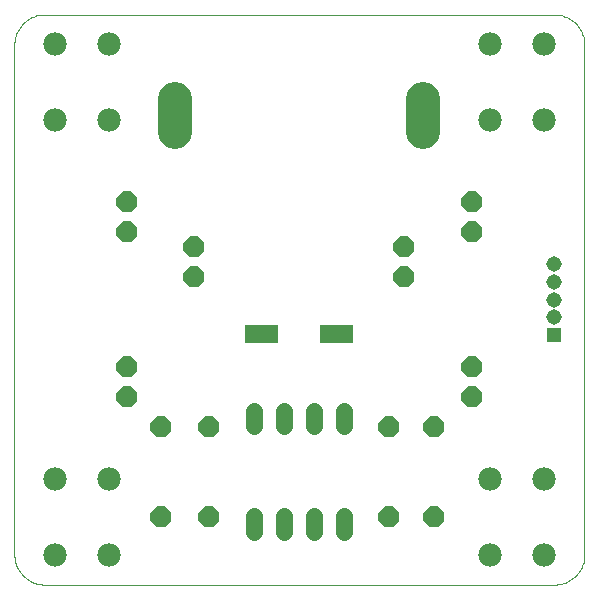
<source format=gbs>
G75*
G70*
%OFA0B0*%
%FSLAX24Y24*%
%IPPOS*%
%LPD*%
%AMOC8*
5,1,8,0,0,1.08239X$1,22.5*
%
%ADD10C,0.0010*%
%ADD11OC8,0.0700*%
%ADD12C,0.1135*%
%ADD13C,0.0780*%
%ADD14C,0.0560*%
%ADD15R,0.0516X0.0516*%
%ADD16C,0.0516*%
%ADD17R,0.0594X0.0594*%
D10*
X000131Y001111D02*
X000131Y018111D01*
X000133Y018171D01*
X000138Y018232D01*
X000147Y018291D01*
X000160Y018350D01*
X000176Y018409D01*
X000196Y018466D01*
X000219Y018521D01*
X000246Y018576D01*
X000275Y018628D01*
X000308Y018679D01*
X000344Y018728D01*
X000382Y018774D01*
X000424Y018818D01*
X000468Y018860D01*
X000514Y018898D01*
X000563Y018934D01*
X000614Y018967D01*
X000666Y018996D01*
X000721Y019023D01*
X000776Y019046D01*
X000833Y019066D01*
X000892Y019082D01*
X000951Y019095D01*
X001010Y019104D01*
X001071Y019109D01*
X001131Y019111D01*
X018131Y019111D01*
X018191Y019109D01*
X018252Y019104D01*
X018311Y019095D01*
X018370Y019082D01*
X018429Y019066D01*
X018486Y019046D01*
X018541Y019023D01*
X018596Y018996D01*
X018648Y018967D01*
X018699Y018934D01*
X018748Y018898D01*
X018794Y018860D01*
X018838Y018818D01*
X018880Y018774D01*
X018918Y018728D01*
X018954Y018679D01*
X018987Y018628D01*
X019016Y018576D01*
X019043Y018521D01*
X019066Y018466D01*
X019086Y018409D01*
X019102Y018350D01*
X019115Y018291D01*
X019124Y018232D01*
X019129Y018171D01*
X019131Y018111D01*
X019131Y001111D01*
X019129Y001051D01*
X019124Y000990D01*
X019115Y000931D01*
X019102Y000872D01*
X019086Y000813D01*
X019066Y000756D01*
X019043Y000701D01*
X019016Y000646D01*
X018987Y000594D01*
X018954Y000543D01*
X018918Y000494D01*
X018880Y000448D01*
X018838Y000404D01*
X018794Y000362D01*
X018748Y000324D01*
X018699Y000288D01*
X018648Y000255D01*
X018596Y000226D01*
X018541Y000199D01*
X018486Y000176D01*
X018429Y000156D01*
X018370Y000140D01*
X018311Y000127D01*
X018252Y000118D01*
X018191Y000113D01*
X018131Y000111D01*
X001131Y000111D01*
X001071Y000113D01*
X001010Y000118D01*
X000951Y000127D01*
X000892Y000140D01*
X000833Y000156D01*
X000776Y000176D01*
X000721Y000199D01*
X000666Y000226D01*
X000614Y000255D01*
X000563Y000288D01*
X000514Y000324D01*
X000468Y000362D01*
X000424Y000404D01*
X000382Y000448D01*
X000344Y000494D01*
X000308Y000543D01*
X000275Y000594D01*
X000246Y000646D01*
X000219Y000701D01*
X000196Y000756D01*
X000176Y000813D01*
X000160Y000872D01*
X000147Y000931D01*
X000138Y000990D01*
X000133Y001051D01*
X000131Y001111D01*
D11*
X005006Y002361D03*
X006631Y002361D03*
X006631Y005361D03*
X005006Y005361D03*
X003881Y006361D03*
X003881Y007361D03*
X006131Y010361D03*
X006131Y011361D03*
X003881Y011861D03*
X003881Y012861D03*
X012631Y005361D03*
X014131Y005361D03*
X015381Y006361D03*
X015381Y007361D03*
X013131Y010361D03*
X013131Y011361D03*
X015381Y011861D03*
X015381Y012861D03*
X014131Y002361D03*
X012631Y002361D03*
D12*
X013765Y015188D02*
X013765Y016283D01*
X005497Y016283D02*
X005497Y015188D01*
D13*
X003271Y015581D03*
X001491Y015581D03*
X001491Y018141D03*
X003271Y018141D03*
X015991Y018141D03*
X017771Y018141D03*
X017771Y015581D03*
X015991Y015581D03*
X015991Y003641D03*
X017771Y003641D03*
X017771Y001081D03*
X015991Y001081D03*
X003271Y001081D03*
X001491Y001081D03*
X001491Y003641D03*
X003271Y003641D03*
D14*
X008131Y002384D02*
X008131Y001864D01*
X009131Y001864D02*
X009131Y002384D01*
X010131Y002384D02*
X010131Y001864D01*
X011131Y001864D02*
X011131Y002384D01*
X011131Y005384D02*
X011131Y005904D01*
X010131Y005904D02*
X010131Y005384D01*
X009131Y005384D02*
X009131Y005904D01*
X008131Y005904D02*
X008131Y005384D01*
D15*
X018131Y008430D03*
D16*
X018131Y009020D03*
X018131Y009611D03*
X018131Y010201D03*
X018131Y010792D03*
D17*
X011131Y008476D03*
X010631Y008476D03*
X008631Y008476D03*
X008131Y008476D03*
M02*

</source>
